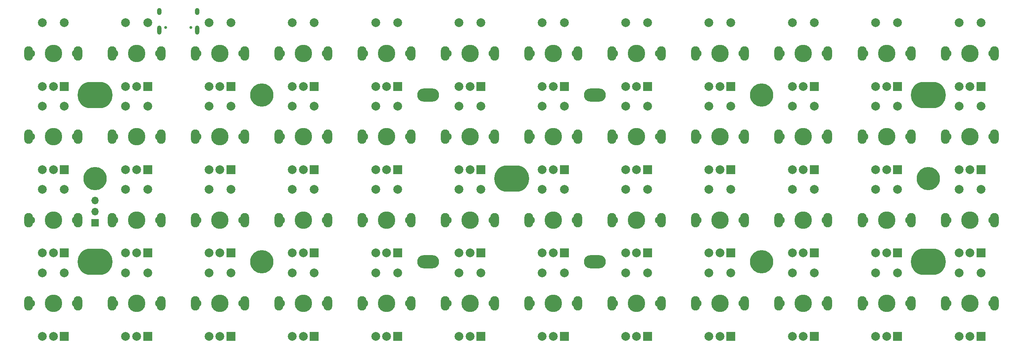
<source format=gbr>
%TF.GenerationSoftware,KiCad,Pcbnew,(6.0.2)*%
%TF.CreationDate,2022-03-24T17:37:40-04:00*%
%TF.ProjectId,OOPS-All-Knobs,4f4f5053-2d41-46c6-9c2d-4b6e6f62732e,rev?*%
%TF.SameCoordinates,Original*%
%TF.FileFunction,Soldermask,Top*%
%TF.FilePolarity,Negative*%
%FSLAX46Y46*%
G04 Gerber Fmt 4.6, Leading zero omitted, Abs format (unit mm)*
G04 Created by KiCad (PCBNEW (6.0.2)) date 2022-03-24 17:37:40*
%MOMM*%
%LPD*%
G01*
G04 APERTURE LIST*
G04 Aperture macros list*
%AMRoundRect*
0 Rectangle with rounded corners*
0 $1 Rounding radius*
0 $2 $3 $4 $5 $6 $7 $8 $9 X,Y pos of 4 corners*
0 Add a 4 corners polygon primitive as box body*
4,1,4,$2,$3,$4,$5,$6,$7,$8,$9,$2,$3,0*
0 Add four circle primitives for the rounded corners*
1,1,$1+$1,$2,$3*
1,1,$1+$1,$4,$5*
1,1,$1+$1,$6,$7*
1,1,$1+$1,$8,$9*
0 Add four rect primitives between the rounded corners*
20,1,$1+$1,$2,$3,$4,$5,0*
20,1,$1+$1,$4,$5,$6,$7,0*
20,1,$1+$1,$6,$7,$8,$9,0*
20,1,$1+$1,$8,$9,$2,$3,0*%
G04 Aperture macros list end*
%ADD10C,3.987800*%
%ADD11C,1.750000*%
%ADD12C,5.300000*%
%ADD13O,8.000000X6.000000*%
%ADD14O,5.000000X3.000000*%
%ADD15R,1.700000X1.700000*%
%ADD16O,1.700000X1.700000*%
%ADD17R,2.000000X2.000000*%
%ADD18C,2.000000*%
%ADD19RoundRect,1.000000X0.000000X-0.650000X0.000000X0.650000X0.000000X0.650000X0.000000X-0.650000X0*%
%ADD20C,0.650000*%
%ADD21O,1.000000X2.100000*%
%ADD22O,1.000000X1.600000*%
G04 APERTURE END LIST*
D10*
%TO.C,MX41*%
X110000000Y-85000000D03*
D11*
X115080000Y-85000000D03*
X104920000Y-85000000D03*
%TD*%
%TO.C,MX2*%
X58080000Y-28000000D03*
X47920000Y-28000000D03*
D10*
X53000000Y-28000000D03*
%TD*%
D11*
%TO.C,MX4*%
X96080000Y-28000000D03*
D10*
X91000000Y-28000000D03*
D11*
X85920000Y-28000000D03*
%TD*%
%TO.C,MX22*%
X199920000Y-47000000D03*
X210080000Y-47000000D03*
D10*
X205000000Y-47000000D03*
%TD*%
D11*
%TO.C,MX42*%
X134080000Y-85000000D03*
X123920000Y-85000000D03*
D10*
X129000000Y-85000000D03*
%TD*%
D11*
%TO.C,MX32*%
X161920000Y-66000000D03*
X172080000Y-66000000D03*
D10*
X167000000Y-66000000D03*
%TD*%
D11*
%TO.C,MX39*%
X77080000Y-85000000D03*
D10*
X72000000Y-85000000D03*
D11*
X66920000Y-85000000D03*
%TD*%
%TO.C,MX20*%
X161920000Y-47000000D03*
X172080000Y-47000000D03*
D10*
X167000000Y-47000000D03*
%TD*%
D11*
%TO.C,MX23*%
X218920000Y-47000000D03*
X229080000Y-47000000D03*
D10*
X224000000Y-47000000D03*
%TD*%
%TO.C,MX48*%
X243000000Y-85000000D03*
D11*
X237920000Y-85000000D03*
X248080000Y-85000000D03*
%TD*%
%TO.C,MX24*%
X248080000Y-47000000D03*
X237920000Y-47000000D03*
D10*
X243000000Y-47000000D03*
%TD*%
D11*
%TO.C,MX18*%
X123920000Y-47000000D03*
D10*
X129000000Y-47000000D03*
D11*
X134080000Y-47000000D03*
%TD*%
D10*
%TO.C,MX9*%
X186000000Y-28000000D03*
D11*
X191080000Y-28000000D03*
X180920000Y-28000000D03*
%TD*%
%TO.C,MX30*%
X134080000Y-66000000D03*
X123920000Y-66000000D03*
D10*
X129000000Y-66000000D03*
%TD*%
%TO.C,MX35*%
X224000000Y-66000000D03*
D11*
X229080000Y-66000000D03*
X218920000Y-66000000D03*
%TD*%
%TO.C,MX27*%
X77080000Y-66000000D03*
D10*
X72000000Y-66000000D03*
D11*
X66920000Y-66000000D03*
%TD*%
D10*
%TO.C,MX6*%
X129000000Y-28000000D03*
D11*
X134080000Y-28000000D03*
X123920000Y-28000000D03*
%TD*%
D12*
%TO.C,PCB1*%
X233500000Y-56500000D03*
X43500000Y-56500000D03*
D13*
X233500000Y-37500000D03*
X233500000Y-75500000D03*
D14*
X157500000Y-75500000D03*
X157500000Y-37500000D03*
D12*
X81500000Y-37500000D03*
D14*
X119500000Y-75500000D03*
D13*
X138500000Y-56500000D03*
D12*
X195500000Y-37500000D03*
X195500000Y-75500000D03*
D13*
X43500000Y-37500000D03*
X43500000Y-75500000D03*
D12*
X81500000Y-75500000D03*
D14*
X119500000Y-37500000D03*
%TD*%
D11*
%TO.C,MX47*%
X218920000Y-85000000D03*
X229080000Y-85000000D03*
D10*
X224000000Y-85000000D03*
%TD*%
%TO.C,MX17*%
X110000000Y-47000000D03*
D11*
X115080000Y-47000000D03*
X104920000Y-47000000D03*
%TD*%
D15*
%TO.C,J2*%
X43500000Y-66625000D03*
D16*
X43500000Y-64085000D03*
X43500000Y-61545000D03*
%TD*%
D11*
%TO.C,MX14*%
X58080000Y-47000000D03*
X47920000Y-47000000D03*
D10*
X53000000Y-47000000D03*
%TD*%
D11*
%TO.C,MX1*%
X39080000Y-28000000D03*
D10*
X34000000Y-28000000D03*
D11*
X28920000Y-28000000D03*
%TD*%
%TO.C,MX46*%
X210080000Y-85000000D03*
X199920000Y-85000000D03*
D10*
X205000000Y-85000000D03*
%TD*%
D11*
%TO.C,MX21*%
X180920000Y-47000000D03*
X191080000Y-47000000D03*
D10*
X186000000Y-47000000D03*
%TD*%
D11*
%TO.C,MX26*%
X58080000Y-66000000D03*
D10*
X53000000Y-66000000D03*
D11*
X47920000Y-66000000D03*
%TD*%
%TO.C,MX8*%
X172080000Y-28000000D03*
D10*
X167000000Y-28000000D03*
D11*
X161920000Y-28000000D03*
%TD*%
%TO.C,MX16*%
X96080000Y-47000000D03*
D10*
X91000000Y-47000000D03*
D11*
X85920000Y-47000000D03*
%TD*%
%TO.C,MX11*%
X218920000Y-28000000D03*
X229080000Y-28000000D03*
D10*
X224000000Y-28000000D03*
%TD*%
D11*
%TO.C,MX12*%
X237920000Y-28000000D03*
D10*
X243000000Y-28000000D03*
D11*
X248080000Y-28000000D03*
%TD*%
%TO.C,MX33*%
X180920000Y-66000000D03*
D10*
X186000000Y-66000000D03*
D11*
X191080000Y-66000000D03*
%TD*%
%TO.C,MX31*%
X153080000Y-66000000D03*
X142920000Y-66000000D03*
D10*
X148000000Y-66000000D03*
%TD*%
D11*
%TO.C,MX38*%
X58080000Y-85000000D03*
D10*
X53000000Y-85000000D03*
D11*
X47920000Y-85000000D03*
%TD*%
%TO.C,MX36*%
X248080000Y-66000000D03*
X237920000Y-66000000D03*
D10*
X243000000Y-66000000D03*
%TD*%
%TO.C,MX15*%
X72000000Y-47000000D03*
D11*
X66920000Y-47000000D03*
X77080000Y-47000000D03*
%TD*%
%TO.C,MX37*%
X39080000Y-85000000D03*
X28920000Y-85000000D03*
D10*
X34000000Y-85000000D03*
%TD*%
D11*
%TO.C,MX3*%
X77080000Y-28000000D03*
D10*
X72000000Y-28000000D03*
D11*
X66920000Y-28000000D03*
%TD*%
%TO.C,MX34*%
X210080000Y-66000000D03*
X199920000Y-66000000D03*
D10*
X205000000Y-66000000D03*
%TD*%
%TO.C,MX19*%
X148000000Y-47000000D03*
D11*
X142920000Y-47000000D03*
X153080000Y-47000000D03*
%TD*%
%TO.C,MX13*%
X28920000Y-47000000D03*
D10*
X34000000Y-47000000D03*
D11*
X39080000Y-47000000D03*
%TD*%
%TO.C,MX5*%
X104920000Y-28000000D03*
X115080000Y-28000000D03*
D10*
X110000000Y-28000000D03*
%TD*%
%TO.C,MX40*%
X91000000Y-85000000D03*
D11*
X85920000Y-85000000D03*
X96080000Y-85000000D03*
%TD*%
%TO.C,MX28*%
X85920000Y-66000000D03*
X96080000Y-66000000D03*
D10*
X91000000Y-66000000D03*
%TD*%
D11*
%TO.C,MX45*%
X180920000Y-85000000D03*
D10*
X186000000Y-85000000D03*
D11*
X191080000Y-85000000D03*
%TD*%
%TO.C,MX29*%
X104920000Y-66000000D03*
X115080000Y-66000000D03*
D10*
X110000000Y-66000000D03*
%TD*%
D11*
%TO.C,MX25*%
X28920000Y-66000000D03*
X39080000Y-66000000D03*
D10*
X34000000Y-66000000D03*
%TD*%
D11*
%TO.C,MX43*%
X142920000Y-85000000D03*
X153080000Y-85000000D03*
D10*
X148000000Y-85000000D03*
%TD*%
%TO.C,MX44*%
X167000000Y-85000000D03*
D11*
X172080000Y-85000000D03*
X161920000Y-85000000D03*
%TD*%
D10*
%TO.C,MX10*%
X205000000Y-28000000D03*
D11*
X210080000Y-28000000D03*
X199920000Y-28000000D03*
%TD*%
D10*
%TO.C,MX7*%
X148000000Y-28000000D03*
D11*
X142920000Y-28000000D03*
X153080000Y-28000000D03*
%TD*%
D17*
%TO.C,ENC36*%
X245500000Y-73500000D03*
D18*
X240500000Y-73500000D03*
X243000000Y-73500000D03*
D19*
X248600000Y-66000000D03*
X237400000Y-66000000D03*
D18*
X240500000Y-59000000D03*
X245500000Y-59000000D03*
%TD*%
D17*
%TO.C,ENC33*%
X188500000Y-73500000D03*
D18*
X183500000Y-73500000D03*
X186000000Y-73500000D03*
D19*
X191600000Y-66000000D03*
X180400000Y-66000000D03*
D18*
X183500000Y-59000000D03*
X188500000Y-59000000D03*
%TD*%
D17*
%TO.C,ENC11*%
X226500000Y-35500000D03*
D18*
X221500000Y-35500000D03*
D19*
X218400000Y-28000000D03*
D18*
X224000000Y-35500000D03*
D19*
X229600000Y-28000000D03*
D18*
X221500000Y-21000000D03*
X226500000Y-21000000D03*
%TD*%
D17*
%TO.C,ENC12*%
X245500000Y-35500000D03*
D18*
X240500000Y-35500000D03*
D19*
X248600000Y-28000000D03*
D18*
X243000000Y-35500000D03*
D19*
X237400000Y-28000000D03*
D18*
X240500000Y-21000000D03*
X245500000Y-21000000D03*
%TD*%
D17*
%TO.C,ENC37*%
X36500000Y-92500000D03*
D18*
X31500000Y-92500000D03*
X34000000Y-92500000D03*
D19*
X28400000Y-85000000D03*
X39600000Y-85000000D03*
D18*
X31500000Y-78000000D03*
X36500000Y-78000000D03*
%TD*%
D17*
%TO.C,ENC15*%
X74500000Y-54500000D03*
D18*
X69500000Y-54500000D03*
D19*
X77600000Y-47000000D03*
X66400000Y-47000000D03*
D18*
X72000000Y-54500000D03*
X69500000Y-40000000D03*
X74500000Y-40000000D03*
%TD*%
D17*
%TO.C,ENC8*%
X169500000Y-35500000D03*
D18*
X164500000Y-35500000D03*
X167000000Y-35500000D03*
D19*
X161400000Y-28000000D03*
X172600000Y-28000000D03*
D18*
X164500000Y-21000000D03*
X169500000Y-21000000D03*
%TD*%
D17*
%TO.C,ENC41*%
X112500000Y-92500000D03*
D18*
X107500000Y-92500000D03*
D19*
X115600000Y-85000000D03*
D18*
X110000000Y-92500000D03*
D19*
X104400000Y-85000000D03*
D18*
X107500000Y-78000000D03*
X112500000Y-78000000D03*
%TD*%
D17*
%TO.C,ENC17*%
X112500000Y-54500000D03*
D18*
X107500000Y-54500000D03*
D19*
X104400000Y-47000000D03*
D18*
X110000000Y-54500000D03*
D19*
X115600000Y-47000000D03*
D18*
X107500000Y-40000000D03*
X112500000Y-40000000D03*
%TD*%
D17*
%TO.C,ENC2*%
X55500000Y-35500000D03*
D18*
X50500000Y-35500000D03*
D19*
X58600000Y-28000000D03*
X47400000Y-28000000D03*
D18*
X53000000Y-35500000D03*
X50500000Y-21000000D03*
X55500000Y-21000000D03*
%TD*%
D17*
%TO.C,ENC47*%
X226500000Y-92500000D03*
D18*
X221500000Y-92500000D03*
D19*
X229600000Y-85000000D03*
X218400000Y-85000000D03*
D18*
X224000000Y-92500000D03*
X221500000Y-78000000D03*
X226500000Y-78000000D03*
%TD*%
D17*
%TO.C,ENC42*%
X131500000Y-92500000D03*
D18*
X126500000Y-92500000D03*
X129000000Y-92500000D03*
D19*
X123400000Y-85000000D03*
X134600000Y-85000000D03*
D18*
X126500000Y-78000000D03*
X131500000Y-78000000D03*
%TD*%
D17*
%TO.C,ENC25*%
X36500000Y-73500000D03*
D18*
X31500000Y-73500000D03*
X34000000Y-73500000D03*
D19*
X28400000Y-66000000D03*
X39600000Y-66000000D03*
D18*
X31500000Y-59000000D03*
X36500000Y-59000000D03*
%TD*%
D17*
%TO.C,ENC45*%
X188500000Y-92500000D03*
D18*
X183500000Y-92500000D03*
X186000000Y-92500000D03*
D19*
X180400000Y-85000000D03*
X191600000Y-85000000D03*
D18*
X183500000Y-78000000D03*
X188500000Y-78000000D03*
%TD*%
D17*
%TO.C,ENC3*%
X74500000Y-35500000D03*
D18*
X69500000Y-35500000D03*
D19*
X66400000Y-28000000D03*
D18*
X72000000Y-35500000D03*
D19*
X77600000Y-28000000D03*
D18*
X69500000Y-21000000D03*
X74500000Y-21000000D03*
%TD*%
D17*
%TO.C,ENC19*%
X150500000Y-54500000D03*
D18*
X145500000Y-54500000D03*
D19*
X142400000Y-47000000D03*
X153600000Y-47000000D03*
D18*
X148000000Y-54500000D03*
X145500000Y-40000000D03*
X150500000Y-40000000D03*
%TD*%
D17*
%TO.C,ENC32*%
X169500000Y-73500000D03*
D18*
X164500000Y-73500000D03*
D19*
X161400000Y-66000000D03*
X172600000Y-66000000D03*
D18*
X167000000Y-73500000D03*
X164500000Y-59000000D03*
X169500000Y-59000000D03*
%TD*%
D17*
%TO.C,ENC6*%
X131500000Y-35500000D03*
D18*
X126500000Y-35500000D03*
D19*
X123400000Y-28000000D03*
X134600000Y-28000000D03*
D18*
X129000000Y-35500000D03*
X126500000Y-21000000D03*
X131500000Y-21000000D03*
%TD*%
D17*
%TO.C,ENC39*%
X74500000Y-92500000D03*
D18*
X69500000Y-92500000D03*
X72000000Y-92500000D03*
D19*
X66400000Y-85000000D03*
X77600000Y-85000000D03*
D18*
X69500000Y-78000000D03*
X74500000Y-78000000D03*
%TD*%
D17*
%TO.C,ENC26*%
X55500000Y-73500000D03*
D18*
X50500000Y-73500000D03*
D19*
X58600000Y-66000000D03*
D18*
X53000000Y-73500000D03*
D19*
X47400000Y-66000000D03*
D18*
X50500000Y-59000000D03*
X55500000Y-59000000D03*
%TD*%
D20*
%TO.C,J1*%
X65390000Y-22100000D03*
X59610000Y-22100000D03*
D21*
X58180000Y-22630000D03*
D22*
X66820000Y-18450000D03*
X58180000Y-18450000D03*
D21*
X66820000Y-22630000D03*
%TD*%
D17*
%TO.C,ENC44*%
X169500000Y-92500000D03*
D18*
X164500000Y-92500000D03*
X167000000Y-92500000D03*
D19*
X161400000Y-85000000D03*
X172600000Y-85000000D03*
D18*
X164500000Y-78000000D03*
X169500000Y-78000000D03*
%TD*%
D17*
%TO.C,ENC22*%
X207500000Y-54500000D03*
D18*
X202500000Y-54500000D03*
D19*
X210600000Y-47000000D03*
D18*
X205000000Y-54500000D03*
D19*
X199400000Y-47000000D03*
D18*
X202500000Y-40000000D03*
X207500000Y-40000000D03*
%TD*%
D17*
%TO.C,ENC24*%
X245500000Y-54500000D03*
D18*
X240500000Y-54500000D03*
D19*
X237400000Y-47000000D03*
X248600000Y-47000000D03*
D18*
X243000000Y-54500000D03*
X240500000Y-40000000D03*
X245500000Y-40000000D03*
%TD*%
D17*
%TO.C,ENC46*%
X207500000Y-92500000D03*
D18*
X202500000Y-92500000D03*
D19*
X210600000Y-85000000D03*
D18*
X205000000Y-92500000D03*
D19*
X199400000Y-85000000D03*
D18*
X202500000Y-78000000D03*
X207500000Y-78000000D03*
%TD*%
D17*
%TO.C,ENC43*%
X150500000Y-92500000D03*
D18*
X145500000Y-92500000D03*
D19*
X153600000Y-85000000D03*
D18*
X148000000Y-92500000D03*
D19*
X142400000Y-85000000D03*
D18*
X145500000Y-78000000D03*
X150500000Y-78000000D03*
%TD*%
D17*
%TO.C,ENC20*%
X169500000Y-54500000D03*
D18*
X164500000Y-54500000D03*
D19*
X172600000Y-47000000D03*
D18*
X167000000Y-54500000D03*
D19*
X161400000Y-47000000D03*
D18*
X164500000Y-40000000D03*
X169500000Y-40000000D03*
%TD*%
D17*
%TO.C,ENC23*%
X226500000Y-54500000D03*
D18*
X221500000Y-54500000D03*
D19*
X229600000Y-47000000D03*
D18*
X224000000Y-54500000D03*
D19*
X218400000Y-47000000D03*
D18*
X221500000Y-40000000D03*
X226500000Y-40000000D03*
%TD*%
D17*
%TO.C,ENC18*%
X131500000Y-54500000D03*
D18*
X126500000Y-54500000D03*
D19*
X123400000Y-47000000D03*
D18*
X129000000Y-54500000D03*
D19*
X134600000Y-47000000D03*
D18*
X126500000Y-40000000D03*
X131500000Y-40000000D03*
%TD*%
D17*
%TO.C,ENC13*%
X36500000Y-54500000D03*
D18*
X31500000Y-54500000D03*
D19*
X39600000Y-47000000D03*
X28400000Y-47000000D03*
D18*
X34000000Y-54500000D03*
X31500000Y-40000000D03*
X36500000Y-40000000D03*
%TD*%
D17*
%TO.C,ENC30*%
X131500000Y-73500000D03*
D18*
X126500000Y-73500000D03*
X129000000Y-73500000D03*
D19*
X134600000Y-66000000D03*
X123400000Y-66000000D03*
D18*
X126500000Y-59000000D03*
X131500000Y-59000000D03*
%TD*%
D17*
%TO.C,ENC29*%
X112500000Y-73500000D03*
D18*
X107500000Y-73500000D03*
D19*
X104400000Y-66000000D03*
X115600000Y-66000000D03*
D18*
X110000000Y-73500000D03*
X107500000Y-59000000D03*
X112500000Y-59000000D03*
%TD*%
D17*
%TO.C,ENC4*%
X93500000Y-35500000D03*
D18*
X88500000Y-35500000D03*
D19*
X96600000Y-28000000D03*
X85400000Y-28000000D03*
D18*
X91000000Y-35500000D03*
X88500000Y-21000000D03*
X93500000Y-21000000D03*
%TD*%
D17*
%TO.C,ENC1*%
X36500000Y-35500000D03*
D18*
X31500000Y-35500000D03*
D19*
X28400000Y-28000000D03*
D18*
X34000000Y-35500000D03*
D19*
X39600000Y-28000000D03*
D18*
X31500000Y-21000000D03*
X36500000Y-21000000D03*
%TD*%
D17*
%TO.C,ENC21*%
X188500000Y-54500000D03*
D18*
X183500000Y-54500000D03*
D19*
X180400000Y-47000000D03*
D18*
X186000000Y-54500000D03*
D19*
X191600000Y-47000000D03*
D18*
X183500000Y-40000000D03*
X188500000Y-40000000D03*
%TD*%
D17*
%TO.C,ENC9*%
X188500000Y-35500000D03*
D18*
X183500000Y-35500000D03*
D19*
X191600000Y-28000000D03*
D18*
X186000000Y-35500000D03*
D19*
X180400000Y-28000000D03*
D18*
X183500000Y-21000000D03*
X188500000Y-21000000D03*
%TD*%
D17*
%TO.C,ENC34*%
X207500000Y-73500000D03*
D18*
X202500000Y-73500000D03*
D19*
X199400000Y-66000000D03*
D18*
X205000000Y-73500000D03*
D19*
X210600000Y-66000000D03*
D18*
X202500000Y-59000000D03*
X207500000Y-59000000D03*
%TD*%
D17*
%TO.C,ENC7*%
X150500000Y-35500000D03*
D18*
X145500000Y-35500000D03*
X148000000Y-35500000D03*
D19*
X142400000Y-28000000D03*
X153600000Y-28000000D03*
D18*
X145500000Y-21000000D03*
X150500000Y-21000000D03*
%TD*%
D17*
%TO.C,ENC5*%
X112500000Y-35500000D03*
D18*
X107500000Y-35500000D03*
D19*
X115600000Y-28000000D03*
X104400000Y-28000000D03*
D18*
X110000000Y-35500000D03*
X107500000Y-21000000D03*
X112500000Y-21000000D03*
%TD*%
D17*
%TO.C,ENC48*%
X245500000Y-92500000D03*
D18*
X240500000Y-92500000D03*
X243000000Y-92500000D03*
D19*
X248600000Y-85000000D03*
X237400000Y-85000000D03*
D18*
X240500000Y-78000000D03*
X245500000Y-78000000D03*
%TD*%
D17*
%TO.C,ENC38*%
X55500000Y-92500000D03*
D18*
X50500000Y-92500000D03*
D19*
X58600000Y-85000000D03*
D18*
X53000000Y-92500000D03*
D19*
X47400000Y-85000000D03*
D18*
X50500000Y-78000000D03*
X55500000Y-78000000D03*
%TD*%
D17*
%TO.C,ENC40*%
X93500000Y-92500000D03*
D18*
X88500000Y-92500000D03*
X91000000Y-92500000D03*
D19*
X96600000Y-85000000D03*
X85400000Y-85000000D03*
D18*
X88500000Y-78000000D03*
X93500000Y-78000000D03*
%TD*%
D17*
%TO.C,ENC14*%
X55500000Y-54500000D03*
D18*
X50500000Y-54500000D03*
D19*
X58600000Y-47000000D03*
X47400000Y-47000000D03*
D18*
X53000000Y-54500000D03*
X50500000Y-40000000D03*
X55500000Y-40000000D03*
%TD*%
D17*
%TO.C,ENC28*%
X93500000Y-73500000D03*
D18*
X88500000Y-73500000D03*
D19*
X96600000Y-66000000D03*
X85400000Y-66000000D03*
D18*
X91000000Y-73500000D03*
X88500000Y-59000000D03*
X93500000Y-59000000D03*
%TD*%
D17*
%TO.C,ENC31*%
X150500000Y-73500000D03*
D18*
X145500000Y-73500000D03*
X148000000Y-73500000D03*
D19*
X142400000Y-66000000D03*
X153600000Y-66000000D03*
D18*
X145500000Y-59000000D03*
X150500000Y-59000000D03*
%TD*%
D17*
%TO.C,ENC27*%
X74500000Y-73500000D03*
D18*
X69500000Y-73500000D03*
D19*
X66400000Y-66000000D03*
X77600000Y-66000000D03*
D18*
X72000000Y-73500000D03*
X69500000Y-59000000D03*
X74500000Y-59000000D03*
%TD*%
D17*
%TO.C,ENC35*%
X226500000Y-73500000D03*
D18*
X221500000Y-73500000D03*
D19*
X218400000Y-66000000D03*
X229600000Y-66000000D03*
D18*
X224000000Y-73500000D03*
X221500000Y-59000000D03*
X226500000Y-59000000D03*
%TD*%
D17*
%TO.C,ENC10*%
X207500000Y-35500000D03*
D18*
X202500000Y-35500000D03*
X205000000Y-35500000D03*
D19*
X210600000Y-28000000D03*
X199400000Y-28000000D03*
D18*
X202500000Y-21000000D03*
X207500000Y-21000000D03*
%TD*%
D17*
%TO.C,ENC16*%
X93500000Y-54500000D03*
D18*
X88500000Y-54500000D03*
X91000000Y-54500000D03*
D19*
X96600000Y-47000000D03*
X85400000Y-47000000D03*
D18*
X88500000Y-40000000D03*
X93500000Y-40000000D03*
%TD*%
M02*

</source>
